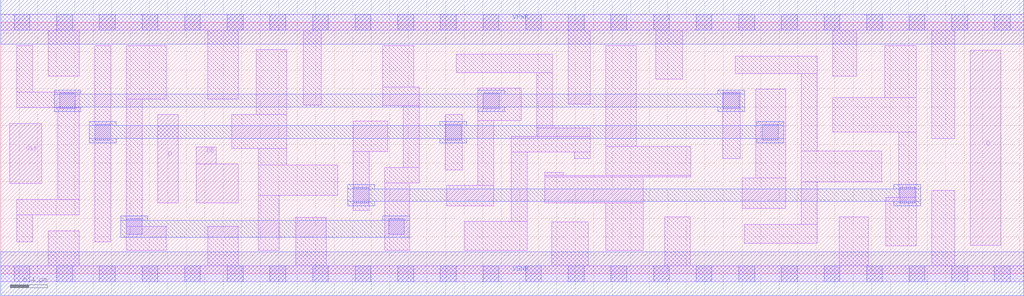
<source format=lef>
# Copyright 2020 The SkyWater PDK Authors
#
# Licensed under the Apache License, Version 2.0 (the "License");
# you may not use this file except in compliance with the License.
# You may obtain a copy of the License at
#
#     https://www.apache.org/licenses/LICENSE-2.0
#
# Unless required by applicable law or agreed to in writing, software
# distributed under the License is distributed on an "AS IS" BASIS,
# WITHOUT WARRANTIES OR CONDITIONS OF ANY KIND, either express or implied.
# See the License for the specific language governing permissions and
# limitations under the License.
#
# SPDX-License-Identifier: Apache-2.0

VERSION 5.7 ;
  NAMESCASESENSITIVE ON ;
  NOWIREEXTENSIONATPIN ON ;
  DIVIDERCHAR "/" ;
  BUSBITCHARS "[]" ;
UNITS
  DATABASE MICRONS 200 ;
END UNITS
MACRO sky130_fd_sc_hd__edfxtp_1
  CLASS CORE ;
  FOREIGN sky130_fd_sc_hd__edfxtp_1 ;
  ORIGIN  0.000000  0.000000 ;
  SIZE  11.04000 BY  2.720000 ;
  SYMMETRY X Y R90 ;
  SITE unithd ;
  PIN D
    ANTENNAGATEAREA  0.159000 ;
    DIRECTION INPUT ;
    USE SIGNAL ;
    PORT
      LAYER li1 ;
        RECT 1.695000 0.765000 1.915000 1.720000 ;
    END
  END D
  PIN DE
    ANTENNAGATEAREA  0.318000 ;
    DIRECTION INPUT ;
    USE SIGNAL ;
    PORT
      LAYER li1 ;
        RECT 2.110000 0.765000 2.565000 1.185000 ;
        RECT 2.110000 1.185000 2.325000 1.370000 ;
    END
  END DE
  PIN Q
    ANTENNADIFFAREA  0.462000 ;
    DIRECTION OUTPUT ;
    USE SIGNAL ;
    PORT
      LAYER li1 ;
        RECT 10.465000 0.305000 10.795000 2.420000 ;
    END
  END Q
  PIN CLK
    ANTENNAGATEAREA  0.159000 ;
    DIRECTION INPUT ;
    USE CLOCK ;
    PORT
      LAYER li1 ;
        RECT 0.095000 0.975000 0.445000 1.625000 ;
    END
  END CLK
  PIN VGND
    DIRECTION INOUT ;
    SHAPE ABUTMENT ;
    USE GROUND ;
    PORT
      LAYER met1 ;
        RECT 0.000000 -0.240000 11.040000 0.240000 ;
    END
  END VGND
  PIN VPWR
    DIRECTION INOUT ;
    SHAPE ABUTMENT ;
    USE POWER ;
    PORT
      LAYER met1 ;
        RECT 0.000000 2.480000 11.040000 2.960000 ;
    END
  END VPWR
  OBS
    LAYER li1 ;
      RECT  0.000000 -0.085000 11.040000 0.085000 ;
      RECT  0.000000  2.635000 11.040000 2.805000 ;
      RECT  0.175000  0.345000  0.345000 0.635000 ;
      RECT  0.175000  0.635000  0.845000 0.805000 ;
      RECT  0.175000  1.795000  0.845000 1.965000 ;
      RECT  0.175000  1.965000  0.345000 2.465000 ;
      RECT  0.515000  0.085000  0.845000 0.465000 ;
      RECT  0.515000  2.135000  0.845000 2.635000 ;
      RECT  0.615000  0.805000  0.845000 1.795000 ;
      RECT  1.015000  0.345000  1.185000 2.465000 ;
      RECT  1.355000  0.255000  1.785000 0.515000 ;
      RECT  1.355000  0.515000  1.525000 1.890000 ;
      RECT  1.355000  1.890000  1.785000 2.465000 ;
      RECT  2.235000  0.085000  2.565000 0.515000 ;
      RECT  2.235000  1.890000  2.565000 2.635000 ;
      RECT  2.495000  1.355000  3.085000 1.720000 ;
      RECT  2.755000  1.720000  3.085000 2.425000 ;
      RECT  2.780000  0.255000  3.005000 0.845000 ;
      RECT  2.780000  0.845000  3.635000 1.175000 ;
      RECT  2.780000  1.175000  3.085000 1.355000 ;
      RECT  3.185000  0.085000  3.515000 0.610000 ;
      RECT  3.265000  1.825000  3.460000 2.635000 ;
      RECT  3.805000  0.685000  3.975000 1.320000 ;
      RECT  3.805000  1.320000  4.175000 1.650000 ;
      RECT  4.125000  1.820000  4.515000 2.020000 ;
      RECT  4.125000  2.020000  4.455000 2.465000 ;
      RECT  4.145000  0.255000  4.415000 0.980000 ;
      RECT  4.145000  0.980000  4.515000 1.150000 ;
      RECT  4.345000  1.150000  4.515000 1.820000 ;
      RECT  4.795000  1.125000  4.980000 1.720000 ;
      RECT  4.815000  0.735000  5.320000 0.955000 ;
      RECT  4.915000  2.175000  5.955000 2.375000 ;
      RECT  5.005000  0.255000  5.680000 0.565000 ;
      RECT  5.150000  0.955000  5.320000 1.655000 ;
      RECT  5.150000  1.655000  5.615000 2.005000 ;
      RECT  5.510000  0.565000  5.680000 1.315000 ;
      RECT  5.510000  1.315000  6.360000 1.485000 ;
      RECT  5.785000  1.485000  6.360000 1.575000 ;
      RECT  5.785000  1.575000  5.955000 2.175000 ;
      RECT  5.870000  0.765000  6.935000 1.045000 ;
      RECT  5.870000  1.045000  7.445000 1.065000 ;
      RECT  5.870000  1.065000  6.070000 1.095000 ;
      RECT  5.945000  0.085000  6.340000 0.560000 ;
      RECT  6.125000  1.835000  6.360000 2.635000 ;
      RECT  6.190000  1.245000  6.360000 1.315000 ;
      RECT  6.530000  0.255000  6.935000 0.765000 ;
      RECT  6.530000  1.065000  7.445000 1.375000 ;
      RECT  6.530000  1.375000  6.860000 2.465000 ;
      RECT  7.070000  2.105000  7.360000 2.635000 ;
      RECT  7.165000  0.085000  7.440000 0.615000 ;
      RECT  7.790000  1.245000  7.980000 1.965000 ;
      RECT  7.925000  2.165000  8.810000 2.355000 ;
      RECT  8.005000  0.705000  8.470000 1.035000 ;
      RECT  8.025000  0.330000  8.810000 0.535000 ;
      RECT  8.150000  1.035000  8.470000 1.995000 ;
      RECT  8.640000  0.535000  8.810000 0.995000 ;
      RECT  8.640000  0.995000  9.510000 1.325000 ;
      RECT  8.640000  1.325000  8.810000 2.165000 ;
      RECT  8.980000  1.530000  9.880000 1.905000 ;
      RECT  8.980000  2.135000  9.240000 2.635000 ;
      RECT  9.050000  0.085000  9.365000 0.615000 ;
      RECT  9.540000  1.905000  9.880000 2.465000 ;
      RECT  9.550000  0.300000  9.880000 0.825000 ;
      RECT  9.690000  0.825000  9.880000 1.530000 ;
      RECT 10.050000  0.085000 10.295000 0.900000 ;
      RECT 10.050000  1.465000 10.295000 2.635000 ;
    LAYER mcon ;
      RECT  0.145000 -0.085000  0.315000 0.085000 ;
      RECT  0.145000  2.635000  0.315000 2.805000 ;
      RECT  0.605000 -0.085000  0.775000 0.085000 ;
      RECT  0.605000  2.635000  0.775000 2.805000 ;
      RECT  0.635000  1.785000  0.805000 1.955000 ;
      RECT  1.015000  1.445000  1.185000 1.615000 ;
      RECT  1.065000 -0.085000  1.235000 0.085000 ;
      RECT  1.065000  2.635000  1.235000 2.805000 ;
      RECT  1.355000  0.425000  1.525000 0.595000 ;
      RECT  1.525000 -0.085000  1.695000 0.085000 ;
      RECT  1.525000  2.635000  1.695000 2.805000 ;
      RECT  1.985000 -0.085000  2.155000 0.085000 ;
      RECT  1.985000  2.635000  2.155000 2.805000 ;
      RECT  2.445000 -0.085000  2.615000 0.085000 ;
      RECT  2.445000  2.635000  2.615000 2.805000 ;
      RECT  2.905000 -0.085000  3.075000 0.085000 ;
      RECT  2.905000  2.635000  3.075000 2.805000 ;
      RECT  3.365000 -0.085000  3.535000 0.085000 ;
      RECT  3.365000  2.635000  3.535000 2.805000 ;
      RECT  3.805000  0.765000  3.975000 0.935000 ;
      RECT  3.825000 -0.085000  3.995000 0.085000 ;
      RECT  3.825000  2.635000  3.995000 2.805000 ;
      RECT  4.185000  0.425000  4.355000 0.595000 ;
      RECT  4.285000 -0.085000  4.455000 0.085000 ;
      RECT  4.285000  2.635000  4.455000 2.805000 ;
      RECT  4.745000 -0.085000  4.915000 0.085000 ;
      RECT  4.745000  2.635000  4.915000 2.805000 ;
      RECT  4.800000  1.445000  4.970000 1.615000 ;
      RECT  5.205000 -0.085000  5.375000 0.085000 ;
      RECT  5.205000  2.635000  5.375000 2.805000 ;
      RECT  5.210000  1.785000  5.380000 1.955000 ;
      RECT  5.665000 -0.085000  5.835000 0.085000 ;
      RECT  5.665000  2.635000  5.835000 2.805000 ;
      RECT  6.125000 -0.085000  6.295000 0.085000 ;
      RECT  6.125000  2.635000  6.295000 2.805000 ;
      RECT  6.585000 -0.085000  6.755000 0.085000 ;
      RECT  6.585000  2.635000  6.755000 2.805000 ;
      RECT  7.045000 -0.085000  7.215000 0.085000 ;
      RECT  7.045000  2.635000  7.215000 2.805000 ;
      RECT  7.505000 -0.085000  7.675000 0.085000 ;
      RECT  7.505000  2.635000  7.675000 2.805000 ;
      RECT  7.800000  1.785000  7.970000 1.955000 ;
      RECT  7.965000 -0.085000  8.135000 0.085000 ;
      RECT  7.965000  2.635000  8.135000 2.805000 ;
      RECT  8.220000  1.445000  8.390000 1.615000 ;
      RECT  8.425000 -0.085000  8.595000 0.085000 ;
      RECT  8.425000  2.635000  8.595000 2.805000 ;
      RECT  8.885000 -0.085000  9.055000 0.085000 ;
      RECT  8.885000  2.635000  9.055000 2.805000 ;
      RECT  9.345000 -0.085000  9.515000 0.085000 ;
      RECT  9.345000  2.635000  9.515000 2.805000 ;
      RECT  9.700000  0.765000  9.870000 0.935000 ;
      RECT  9.805000 -0.085000  9.975000 0.085000 ;
      RECT  9.805000  2.635000  9.975000 2.805000 ;
      RECT 10.265000 -0.085000 10.435000 0.085000 ;
      RECT 10.265000  2.635000 10.435000 2.805000 ;
      RECT 10.725000 -0.085000 10.895000 0.085000 ;
      RECT 10.725000  2.635000 10.895000 2.805000 ;
    LAYER met1 ;
      RECT 0.575000 1.755000 0.865000 1.800000 ;
      RECT 0.575000 1.800000 8.030000 1.940000 ;
      RECT 0.575000 1.940000 0.865000 1.985000 ;
      RECT 0.955000 1.415000 1.245000 1.460000 ;
      RECT 0.955000 1.460000 8.450000 1.600000 ;
      RECT 0.955000 1.600000 1.245000 1.645000 ;
      RECT 1.295000 0.395000 4.415000 0.580000 ;
      RECT 1.295000 0.580000 1.585000 0.625000 ;
      RECT 3.745000 0.735000 4.035000 0.780000 ;
      RECT 3.745000 0.780000 9.930000 0.920000 ;
      RECT 3.745000 0.920000 4.035000 0.965000 ;
      RECT 4.125000 0.580000 4.415000 0.625000 ;
      RECT 4.740000 1.415000 5.030000 1.460000 ;
      RECT 4.740000 1.600000 5.030000 1.645000 ;
      RECT 5.150000 1.755000 5.440000 1.800000 ;
      RECT 5.150000 1.940000 5.440000 1.985000 ;
      RECT 7.740000 1.755000 8.030000 1.800000 ;
      RECT 7.740000 1.940000 8.030000 1.985000 ;
      RECT 8.160000 1.415000 8.450000 1.460000 ;
      RECT 8.160000 1.600000 8.450000 1.645000 ;
      RECT 9.640000 0.735000 9.930000 0.780000 ;
      RECT 9.640000 0.920000 9.930000 0.965000 ;
  END
END sky130_fd_sc_hd__edfxtp_1
END LIBRARY

</source>
